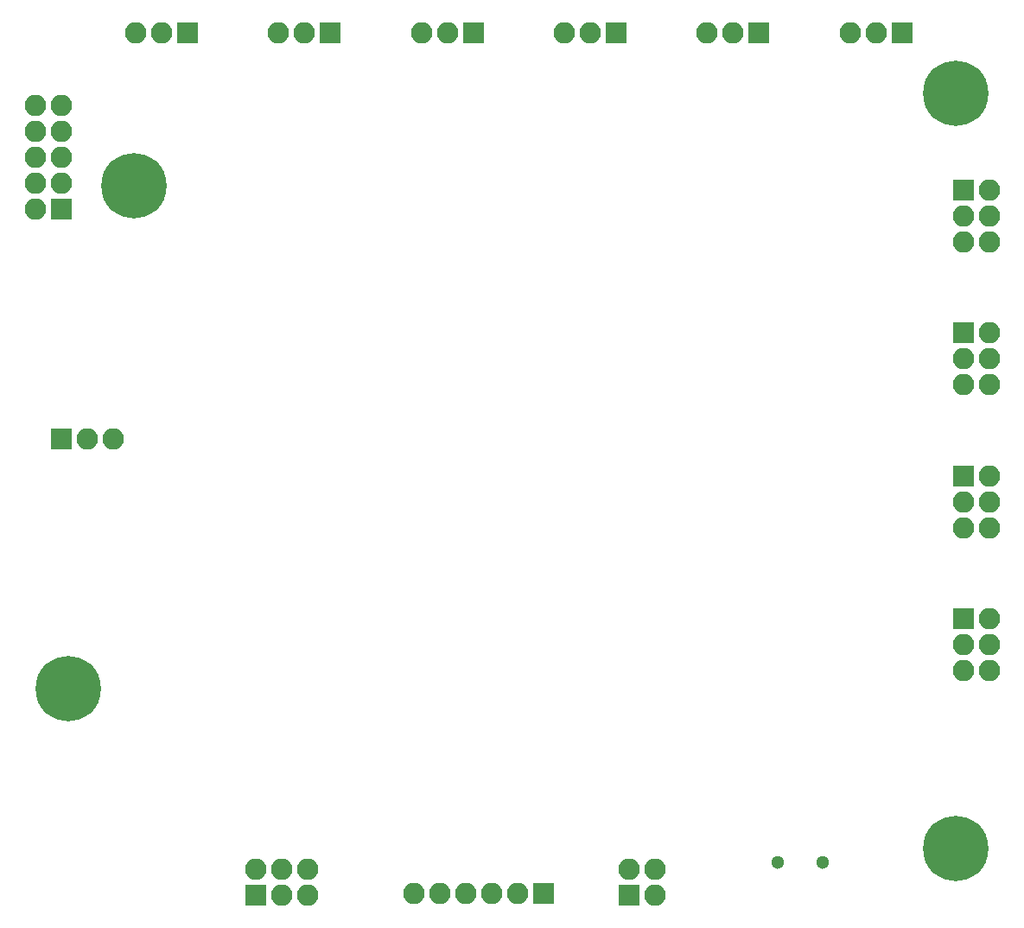
<source format=gbs>
G04 #@! TF.FileFunction,Soldermask,Bot*
%FSLAX46Y46*%
G04 Gerber Fmt 4.6, Leading zero omitted, Abs format (unit mm)*
G04 Created by KiCad (PCBNEW 4.0.6) date 05/06/17 23:30:14*
%MOMM*%
%LPD*%
G01*
G04 APERTURE LIST*
%ADD10C,0.100000*%
%ADD11R,2.100000X2.100000*%
%ADD12O,2.100000X2.100000*%
%ADD13C,1.300000*%
%ADD14C,6.400000*%
G04 APERTURE END LIST*
D10*
D11*
X93752000Y57540000D03*
D12*
X96292000Y57540000D03*
X93752000Y55000000D03*
X96292000Y55000000D03*
X93752000Y52460000D03*
X96292000Y52460000D03*
D13*
X75600000Y5700000D03*
X80000000Y5700000D03*
D14*
X12500000Y72000000D03*
X93000000Y81000000D03*
X93000000Y7000000D03*
X6100000Y22700000D03*
D11*
X5400000Y47200000D03*
D12*
X7940000Y47200000D03*
X10480000Y47200000D03*
D11*
X93752000Y71540000D03*
D12*
X96292000Y71540000D03*
X93752000Y69000000D03*
X96292000Y69000000D03*
X93752000Y66460000D03*
X96292000Y66460000D03*
D11*
X93752000Y43540000D03*
D12*
X96292000Y43540000D03*
X93752000Y41000000D03*
X96292000Y41000000D03*
X93752000Y38460000D03*
X96292000Y38460000D03*
D11*
X93752000Y29540000D03*
D12*
X96292000Y29540000D03*
X93752000Y27000000D03*
X96292000Y27000000D03*
X93752000Y24460000D03*
X96292000Y24460000D03*
D11*
X45740000Y87000000D03*
D12*
X43200000Y87000000D03*
X40660000Y87000000D03*
D11*
X59740000Y87000000D03*
D12*
X57200000Y87000000D03*
X54660000Y87000000D03*
D11*
X73740000Y87000000D03*
D12*
X71200000Y87000000D03*
X68660000Y87000000D03*
D11*
X87740000Y87000000D03*
D12*
X85200000Y87000000D03*
X82660000Y87000000D03*
D11*
X17740000Y87000000D03*
D12*
X15200000Y87000000D03*
X12660000Y87000000D03*
D11*
X31740000Y87000000D03*
D12*
X29200000Y87000000D03*
X26660000Y87000000D03*
D11*
X5350000Y69670000D03*
D12*
X2810000Y69670000D03*
X5350000Y72210000D03*
X2810000Y72210000D03*
X5350000Y74750000D03*
X2810000Y74750000D03*
X5350000Y77290000D03*
X2810000Y77290000D03*
X5350000Y79830000D03*
X2810000Y79830000D03*
D11*
X61000000Y2460000D03*
D12*
X61000000Y5000000D03*
X63540000Y2460000D03*
X63540000Y5000000D03*
D11*
X24460000Y2460000D03*
D12*
X24460000Y5000000D03*
X27000000Y2460000D03*
X27000000Y5000000D03*
X29540000Y2460000D03*
X29540000Y5000000D03*
D11*
X52620000Y2600000D03*
D12*
X50080000Y2600000D03*
X47540000Y2600000D03*
X45000000Y2600000D03*
X42460000Y2600000D03*
X39920000Y2600000D03*
M02*

</source>
